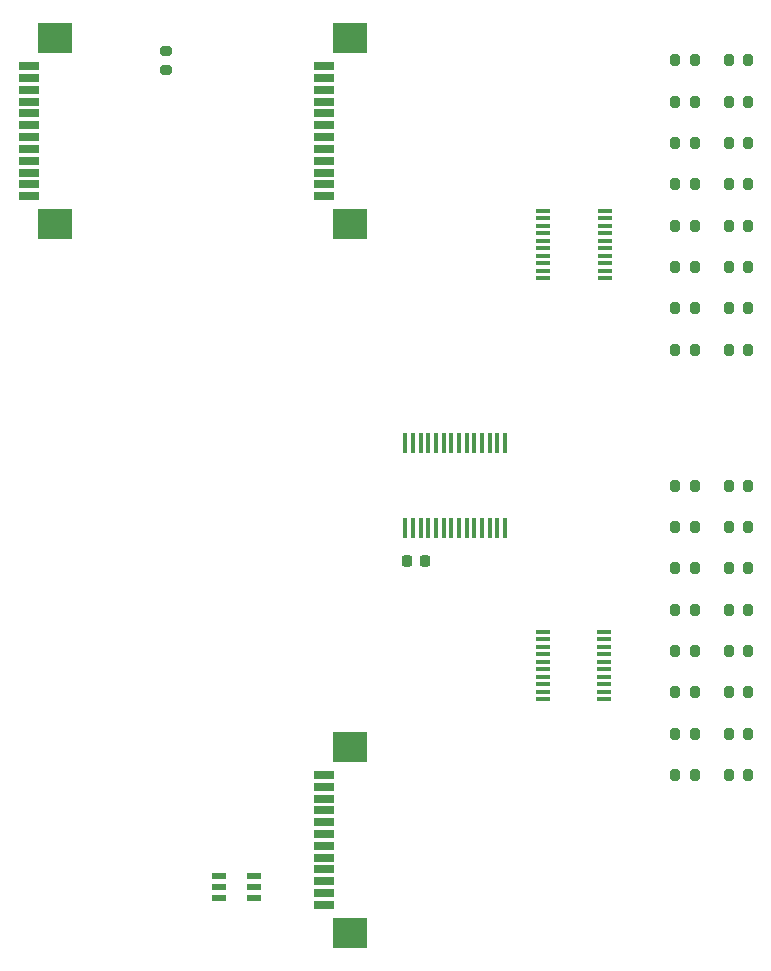
<source format=gbr>
%TF.GenerationSoftware,KiCad,Pcbnew,9.0.0*%
%TF.CreationDate,2025-03-09T11:05:24+03:00*%
%TF.ProjectId,PM_CNV-DI16_sink,504d5f43-4e56-42d4-9449-31365f73696e,rev?*%
%TF.SameCoordinates,Original*%
%TF.FileFunction,Paste,Top*%
%TF.FilePolarity,Positive*%
%FSLAX46Y46*%
G04 Gerber Fmt 4.6, Leading zero omitted, Abs format (unit mm)*
G04 Created by KiCad (PCBNEW 9.0.0) date 2025-03-09 11:05:24*
%MOMM*%
%LPD*%
G01*
G04 APERTURE LIST*
G04 Aperture macros list*
%AMRoundRect*
0 Rectangle with rounded corners*
0 $1 Rounding radius*
0 $2 $3 $4 $5 $6 $7 $8 $9 X,Y pos of 4 corners*
0 Add a 4 corners polygon primitive as box body*
4,1,4,$2,$3,$4,$5,$6,$7,$8,$9,$2,$3,0*
0 Add four circle primitives for the rounded corners*
1,1,$1+$1,$2,$3*
1,1,$1+$1,$4,$5*
1,1,$1+$1,$6,$7*
1,1,$1+$1,$8,$9*
0 Add four rect primitives between the rounded corners*
20,1,$1+$1,$2,$3,$4,$5,0*
20,1,$1+$1,$4,$5,$6,$7,0*
20,1,$1+$1,$6,$7,$8,$9,0*
20,1,$1+$1,$8,$9,$2,$3,0*%
G04 Aperture macros list end*
%ADD10RoundRect,0.200000X-0.200000X-0.275000X0.200000X-0.275000X0.200000X0.275000X-0.200000X0.275000X0*%
%ADD11R,1.181100X0.558800*%
%ADD12R,1.200000X0.400000*%
%ADD13RoundRect,0.225000X0.225000X0.250000X-0.225000X0.250000X-0.225000X-0.250000X0.225000X-0.250000X0*%
%ADD14R,0.431800X1.655601*%
%ADD15R,1.803400X0.635000*%
%ADD16R,2.997200X2.590800*%
%ADD17RoundRect,0.200000X-0.275000X0.200000X-0.275000X-0.200000X0.275000X-0.200000X0.275000X0.200000X0*%
G04 APERTURE END LIST*
D10*
%TO.C,R31*%
X25675000Y-21000000D03*
X27325000Y-21000000D03*
%TD*%
D11*
%TO.C,U4*%
X-17466850Y-33049999D03*
X-17466850Y-34000000D03*
X-17466850Y-34950001D03*
X-14533150Y-34950001D03*
X-14533150Y-34000000D03*
X-14533150Y-33049999D03*
%TD*%
D10*
%TO.C,R16*%
X25675000Y11500000D03*
X27325000Y11500000D03*
%TD*%
%TO.C,R13*%
X21175000Y15000000D03*
X22825000Y15000000D03*
%TD*%
%TO.C,R18*%
X21175000Y-3500000D03*
X22825000Y-3500000D03*
%TD*%
%TO.C,R28*%
X25675000Y-10500000D03*
X27325000Y-10500000D03*
%TD*%
D12*
%TO.C,U5*%
X15200000Y17550000D03*
X15200000Y18185000D03*
X15200000Y18820000D03*
X15200000Y19455000D03*
X15200000Y20090000D03*
X15200000Y20725000D03*
X15200000Y21360000D03*
X15200000Y21995000D03*
X15200000Y22630000D03*
X15200000Y23265000D03*
X10000000Y23265000D03*
X10000000Y22630000D03*
X10000000Y21995000D03*
X10000000Y21360000D03*
X10000000Y20725000D03*
X10000000Y20090000D03*
X10000000Y19455000D03*
X10000000Y18820000D03*
X10000000Y18185000D03*
X10000000Y17550000D03*
%TD*%
D10*
%TO.C,R4*%
X25675000Y32500000D03*
X27325000Y32500000D03*
%TD*%
%TO.C,R24*%
X21175000Y-24500000D03*
X22825000Y-24500000D03*
%TD*%
%TO.C,R23*%
X21175000Y-21000000D03*
X22825000Y-21000000D03*
%TD*%
%TO.C,R11*%
X21175000Y18500000D03*
X22825000Y18500000D03*
%TD*%
%TO.C,R2*%
X25675000Y36000000D03*
X27325000Y36000000D03*
%TD*%
D13*
%TO.C,C1*%
X-20000Y-6350000D03*
X-1570000Y-6350000D03*
%TD*%
D10*
%TO.C,R20*%
X21175000Y-10500000D03*
X22825000Y-10500000D03*
%TD*%
D14*
%TO.C,U1*%
X6745000Y3627801D03*
X6094999Y3627801D03*
X5445000Y3627801D03*
X4794999Y3627801D03*
X4145001Y3627801D03*
X3494999Y3627801D03*
X2845001Y3627801D03*
X2195002Y3627801D03*
X1545001Y3627801D03*
X895002Y3627801D03*
X245001Y3627801D03*
X-404998Y3627801D03*
X-1054999Y3627801D03*
X-1704998Y3627801D03*
X-1705000Y-3627801D03*
X-1054999Y-3627801D03*
X-405000Y-3627801D03*
X245001Y-3627801D03*
X894999Y-3627801D03*
X1545001Y-3627801D03*
X2194999Y-3627801D03*
X2845001Y-3627801D03*
X3494999Y-3627801D03*
X4145001Y-3627801D03*
X4794999Y-3627801D03*
X5445000Y-3627801D03*
X6094999Y-3627801D03*
X6745000Y-3627801D03*
%TD*%
D10*
%TO.C,R5*%
X21175000Y29000000D03*
X22825000Y29000000D03*
%TD*%
D15*
%TO.C,J12*%
X-8556000Y24500008D03*
X-8556000Y25500006D03*
X-8556000Y26500004D03*
X-8556000Y27500002D03*
X-8556000Y28500000D03*
X-8556000Y29500000D03*
X-8556000Y30500000D03*
X-8556000Y31500000D03*
X-8556000Y32499998D03*
X-8556000Y33499996D03*
X-8556000Y34499994D03*
X-8556000Y35499992D03*
D16*
X-6385999Y22149997D03*
X-6385999Y37850003D03*
%TD*%
D10*
%TO.C,R3*%
X21175000Y32500000D03*
X22825000Y32500000D03*
%TD*%
%TO.C,R26*%
X25675000Y-3500000D03*
X27325000Y-3500000D03*
%TD*%
%TO.C,R7*%
X21175000Y25500000D03*
X22825000Y25500000D03*
%TD*%
%TO.C,R17*%
X21175000Y0D03*
X22825000Y0D03*
%TD*%
%TO.C,R32*%
X25675000Y-24500000D03*
X27325000Y-24500000D03*
%TD*%
%TO.C,R8*%
X25675000Y25500000D03*
X27325000Y25500000D03*
%TD*%
%TO.C,R30*%
X25675000Y-17500000D03*
X27325000Y-17500000D03*
%TD*%
%TO.C,R6*%
X25675000Y29000000D03*
X27325000Y29000000D03*
%TD*%
%TO.C,R1*%
X21175000Y36000000D03*
X22825000Y36000000D03*
%TD*%
%TO.C,R22*%
X21175000Y-17500000D03*
X22825000Y-17500000D03*
%TD*%
D15*
%TO.C,J2*%
X-8556000Y-35499992D03*
X-8556000Y-34499994D03*
X-8556000Y-33499996D03*
X-8556000Y-32499998D03*
X-8556000Y-31500000D03*
X-8556000Y-30500000D03*
X-8556000Y-29500000D03*
X-8556000Y-28500000D03*
X-8556000Y-27500002D03*
X-8556000Y-26500004D03*
X-8556000Y-25500006D03*
X-8556000Y-24500008D03*
D16*
X-6385999Y-37850003D03*
X-6385999Y-22149997D03*
%TD*%
D17*
%TO.C,R33*%
X-22000000Y36825000D03*
X-22000000Y35175000D03*
%TD*%
D10*
%TO.C,R10*%
X25675000Y22000000D03*
X27325000Y22000000D03*
%TD*%
%TO.C,R14*%
X25675000Y15000000D03*
X27325000Y15000000D03*
%TD*%
D15*
%TO.C,J1*%
X-33556000Y24500008D03*
X-33556000Y25500006D03*
X-33556000Y26500004D03*
X-33556000Y27500002D03*
X-33556000Y28500000D03*
X-33556000Y29500000D03*
X-33556000Y30500000D03*
X-33556000Y31500000D03*
X-33556000Y32499998D03*
X-33556000Y33499996D03*
X-33556000Y34499994D03*
X-33556000Y35499992D03*
D16*
X-31385999Y22149997D03*
X-31385999Y37850003D03*
%TD*%
D12*
%TO.C,U3*%
X15140000Y-18097500D03*
X15140000Y-17462500D03*
X15140000Y-16827500D03*
X15140000Y-16192500D03*
X15140000Y-15557500D03*
X15140000Y-14922500D03*
X15140000Y-14287500D03*
X15140000Y-13652500D03*
X15140000Y-13017500D03*
X15140000Y-12382500D03*
X9940000Y-12382500D03*
X9940000Y-13017500D03*
X9940000Y-13652500D03*
X9940000Y-14287500D03*
X9940000Y-14922500D03*
X9940000Y-15557500D03*
X9940000Y-16192500D03*
X9940000Y-16827500D03*
X9940000Y-17462500D03*
X9940000Y-18097500D03*
%TD*%
D10*
%TO.C,R12*%
X25675000Y18500000D03*
X27325000Y18500000D03*
%TD*%
%TO.C,R9*%
X21175000Y22000000D03*
X22825000Y22000000D03*
%TD*%
%TO.C,R19*%
X21175000Y-7000000D03*
X22825000Y-7000000D03*
%TD*%
%TO.C,R27*%
X25675000Y-7000000D03*
X27325000Y-7000000D03*
%TD*%
%TO.C,R25*%
X25675000Y0D03*
X27325000Y0D03*
%TD*%
%TO.C,R21*%
X21175000Y-14000000D03*
X22825000Y-14000000D03*
%TD*%
%TO.C,R29*%
X25675000Y-14000000D03*
X27325000Y-14000000D03*
%TD*%
%TO.C,R15*%
X21175000Y11500000D03*
X22825000Y11500000D03*
%TD*%
M02*

</source>
